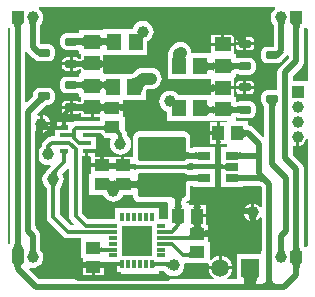
<source format=gbl>
G04 Layer_Physical_Order=2*
G04 Layer_Color=16711680*
%FSLAX44Y44*%
%MOMM*%
G71*
G01*
G75*
%ADD10R,1.0000X1.3000*%
%ADD11R,1.3000X1.0000*%
%ADD14C,0.5000*%
%ADD15C,0.3000*%
%ADD16C,1.0000*%
%ADD17R,1.0000X1.0000*%
%ADD18R,1.0000X1.0000*%
%ADD19C,1.5000*%
%ADD20R,1.5000X1.5000*%
G04:AMPARAMS|DCode=21|XSize=0.6mm|YSize=1mm|CornerRadius=0.075mm|HoleSize=0mm|Usage=FLASHONLY|Rotation=90.000|XOffset=0mm|YOffset=0mm|HoleType=Round|Shape=RoundedRectangle|*
%AMROUNDEDRECTD21*
21,1,0.6000,0.8500,0,0,90.0*
21,1,0.4500,1.0000,0,0,90.0*
1,1,0.1500,0.4250,0.2250*
1,1,0.1500,0.4250,-0.2250*
1,1,0.1500,-0.4250,-0.2250*
1,1,0.1500,-0.4250,0.2250*
%
%ADD21ROUNDEDRECTD21*%
%ADD22R,1.4000X1.2000*%
%ADD23R,1.2000X1.4000*%
%ADD24R,1.1000X0.6500*%
G04:AMPARAMS|DCode=25|XSize=4mm|YSize=2.1mm|CornerRadius=0.105mm|HoleSize=0mm|Usage=FLASHONLY|Rotation=0.000|XOffset=0mm|YOffset=0mm|HoleType=Round|Shape=RoundedRectangle|*
%AMROUNDEDRECTD25*
21,1,4.0000,1.8900,0,0,0.0*
21,1,3.7900,2.1000,0,0,0.0*
1,1,0.2100,1.8950,-0.9450*
1,1,0.2100,-1.8950,-0.9450*
1,1,0.2100,-1.8950,0.9450*
1,1,0.2100,1.8950,0.9450*
%
%ADD25ROUNDEDRECTD25*%
%ADD26R,2.5000X2.5000*%
%ADD27R,0.8000X0.3000*%
%ADD28R,0.3000X0.8000*%
%ADD29R,0.8000X0.3500*%
%ADD30C,1.0000*%
G36*
X240610Y231215D02*
X240440Y230965D01*
X240290Y230679D01*
X240160Y230357D01*
X240050Y229999D01*
X239960Y229605D01*
X239890Y229175D01*
X239840Y228710D01*
X239800Y227670D01*
X234800D01*
X234790Y228208D01*
X234710Y229175D01*
X234640Y229605D01*
X234550Y229999D01*
X234440Y230357D01*
X234310Y230679D01*
X234160Y230965D01*
X233990Y231215D01*
X233800Y231429D01*
X240800D01*
X240610Y231215D01*
D02*
G37*
G36*
X30010D02*
X29840Y230965D01*
X29690Y230679D01*
X29560Y230357D01*
X29450Y229999D01*
X29360Y229605D01*
X29290Y229175D01*
X29240Y228710D01*
X29200Y227670D01*
X24200D01*
X24190Y228208D01*
X24110Y229175D01*
X24040Y229605D01*
X23950Y229999D01*
X23840Y230357D01*
X23710Y230679D01*
X23560Y230965D01*
X23390Y231215D01*
X23200Y231429D01*
X30200D01*
X30010Y231215D01*
D02*
G37*
G36*
X254500Y229981D02*
X254081Y229830D01*
X253710Y229580D01*
X253389Y229230D01*
X253117Y228780D01*
X252895Y228230D01*
X252722Y227581D01*
X252599Y226831D01*
X252525Y225980D01*
X252500Y225030D01*
X247500D01*
X247475Y225980D01*
X247401Y226831D01*
X247278Y227581D01*
X247105Y228230D01*
X246883Y228780D01*
X246611Y229230D01*
X246290Y229580D01*
X245919Y229830D01*
X245500Y229981D01*
X245030Y230030D01*
X254970D01*
X254500Y229981D01*
D02*
G37*
G36*
X18500D02*
X18081Y229830D01*
X17710Y229580D01*
X17389Y229230D01*
X17117Y228780D01*
X16895Y228230D01*
X16722Y227581D01*
X16599Y226831D01*
X16525Y225980D01*
X16500Y225030D01*
X11500D01*
X11475Y225980D01*
X11401Y226831D01*
X11278Y227581D01*
X11105Y228230D01*
X10883Y228780D01*
X10611Y229230D01*
X10290Y229580D01*
X9919Y229830D01*
X9500Y229981D01*
X9031Y230030D01*
X18970D01*
X18500Y229981D01*
D02*
G37*
G36*
X239068Y205532D02*
X234358Y200639D01*
X229083Y206123D01*
X229456Y205831D01*
X229890Y205669D01*
X230385Y205638D01*
X230939Y205737D01*
X231554Y205966D01*
X232229Y206326D01*
X232965Y206816D01*
X233760Y207436D01*
X234616Y208187D01*
X235532Y209068D01*
X239068Y205532D01*
D02*
G37*
G36*
X29980Y210591D02*
X31855Y208996D01*
X32678Y208419D01*
X33423Y207989D01*
X34092Y207705D01*
X34684Y207569D01*
X35199Y207580D01*
X35636Y207738D01*
X35998Y208043D01*
X31322Y202559D01*
X31287Y202515D01*
X31141Y202590D01*
X30884Y202785D01*
X30515Y203100D01*
X27926Y205556D01*
X25963Y207501D01*
X28926Y211609D01*
X29980Y210591D01*
D02*
G37*
G36*
X232090Y242347D02*
X230881Y241419D01*
X229439Y239539D01*
X228532Y237349D01*
X228222Y235000D01*
X228532Y232651D01*
X229439Y230461D01*
X230744Y228760D01*
Y210263D01*
X225180D01*
X223327Y209894D01*
X221756Y208845D01*
X220706Y207273D01*
X220337Y205420D01*
Y200920D01*
X220706Y199067D01*
X221756Y197495D01*
X223327Y196446D01*
X225180Y196077D01*
X233680D01*
X235533Y196446D01*
X237105Y197495D01*
X237791Y198523D01*
X237806Y198534D01*
X241936Y202664D01*
X242174Y202974D01*
X243444Y202543D01*
Y200716D01*
X235864Y193136D01*
X234822Y191778D01*
X234167Y190197D01*
X233944Y188500D01*
Y173650D01*
X233680Y173433D01*
X225180D01*
X223327Y173064D01*
X221756Y172015D01*
X220706Y170443D01*
X220337Y168590D01*
Y164090D01*
X220706Y162237D01*
X221756Y160665D01*
X222874Y159918D01*
Y134194D01*
X221604Y133668D01*
X213636Y141636D01*
X212278Y142678D01*
X210697Y143333D01*
X209000Y143556D01*
Y147500D01*
X198450D01*
Y150284D01*
X200075D01*
X200327Y150116D01*
X202180Y149747D01*
X210680D01*
X212533Y150116D01*
X214105Y151165D01*
X215154Y152737D01*
X215523Y154590D01*
Y159090D01*
X215154Y160943D01*
X214105Y162514D01*
X212533Y163564D01*
X210680Y163933D01*
X202180D01*
X200327Y163564D01*
X200075Y163396D01*
X198450D01*
Y167340D01*
X196990D01*
Y174070D01*
X187450D01*
X180511D01*
Y170340D01*
X180461Y170815D01*
X180310Y171240D01*
X180058Y171615D01*
X179706Y171940D01*
X179253Y172215D01*
X178700Y172440D01*
X178046Y172615D01*
X177910Y172638D01*
Y169720D01*
X149955D01*
X149419Y170419D01*
X147539Y171861D01*
X145350Y172768D01*
X143000Y173078D01*
X142091Y172958D01*
X142375Y172840D01*
X141390Y172805D01*
X140500Y172706D01*
X138461Y171861D01*
X136581Y170419D01*
X135139Y168539D01*
X134232Y166350D01*
X133922Y164000D01*
X134232Y161651D01*
X135139Y159461D01*
X136581Y157581D01*
X138461Y156138D01*
X140510Y155290D01*
Y147720D01*
X176450D01*
Y147340D01*
X191000D01*
Y146040D01*
X185270D01*
Y137000D01*
Y130561D01*
X187000D01*
X186715Y130531D01*
X186460Y130440D01*
X186235Y130288D01*
X186040Y130076D01*
X185875Y129803D01*
X185740Y129470D01*
X185635Y129076D01*
X185560Y128622D01*
X185515Y128106D01*
X185511Y127960D01*
X191000D01*
Y126500D01*
X191000D01*
X190783Y125320D01*
X186140D01*
Y110820D01*
X187600D01*
Y110081D01*
X187746Y110085D01*
X188262Y110130D01*
X188716Y110205D01*
X189110Y110310D01*
X189443Y110445D01*
X189716Y110610D01*
X189928Y110805D01*
X190080Y111030D01*
X190171Y111285D01*
X190201Y111570D01*
Y109840D01*
X195640D01*
Y107300D01*
X190201D01*
Y105570D01*
X190171Y105855D01*
X190080Y106110D01*
X189928Y106335D01*
X189716Y106530D01*
X189443Y106695D01*
X189110Y106830D01*
X188716Y106935D01*
X188262Y107010D01*
X187746Y107055D01*
X187600Y107059D01*
Y106320D01*
X186140D01*
Y91820D01*
X205140D01*
Y92514D01*
X219214D01*
X220444Y91284D01*
Y74771D01*
X219174Y74340D01*
X218378Y75378D01*
X216803Y76586D01*
X214968Y77346D01*
X214270Y77438D01*
Y70000D01*
Y66429D01*
X216500D01*
X216310Y66215D01*
X216140Y65965D01*
X215990Y65679D01*
X215860Y65357D01*
X215750Y64999D01*
X215660Y64605D01*
X215590Y64176D01*
X215540Y63710D01*
X215508Y62878D01*
X216803Y63414D01*
X218378Y64622D01*
X219174Y65660D01*
X220444Y65229D01*
Y37868D01*
X220244Y36349D01*
Y34500D01*
X199500D01*
Y13336D01*
X191584D01*
X191153Y14606D01*
X192761Y15839D01*
X194370Y17937D01*
X195382Y20379D01*
X195560Y21730D01*
X185600D01*
X175641D01*
X175818Y20379D01*
X176830Y17937D01*
X178439Y15839D01*
X180047Y14606D01*
X179616Y13336D01*
X31936D01*
X23338Y21934D01*
X23398Y22252D01*
X24351Y23232D01*
X26700Y22922D01*
X29049Y23232D01*
X31239Y24139D01*
X33119Y25581D01*
X34561Y27461D01*
X35468Y29650D01*
X35778Y32000D01*
X35468Y34350D01*
X34561Y36539D01*
X33256Y38240D01*
Y50300D01*
X33033Y51997D01*
X32378Y53578D01*
X31336Y54936D01*
X29556Y56716D01*
Y137396D01*
X30826Y138153D01*
X32032Y137654D01*
X32730Y137562D01*
Y138523D01*
X32606Y138425D01*
X32002Y137880D01*
X28939Y139061D01*
X29233Y139386D01*
X29473Y139723D01*
X29661Y140072D01*
X29796Y140432D01*
X29878Y140804D01*
X29907Y141187D01*
X29883Y141581D01*
X29806Y141987D01*
X29676Y142404D01*
X29494Y142833D01*
X32730Y141638D01*
Y145000D01*
Y152438D01*
X32032Y152346D01*
X30960Y151902D01*
X30240Y152978D01*
X38429Y161167D01*
X40500D01*
X42353Y161536D01*
X43925Y162586D01*
X44974Y164157D01*
X45343Y166010D01*
Y170510D01*
X44974Y172363D01*
X43925Y173934D01*
X42353Y174984D01*
X40500Y175353D01*
X32000D01*
X30147Y174984D01*
X28575Y173934D01*
X27526Y172363D01*
X27157Y170510D01*
Y168439D01*
X21729Y163011D01*
X20556Y163497D01*
Y205543D01*
X21826Y205975D01*
X22064Y205664D01*
X27274Y200454D01*
X28520Y199498D01*
X28575Y199415D01*
X30147Y198366D01*
X32000Y197997D01*
X40500D01*
X42353Y198366D01*
X43925Y199415D01*
X44974Y200987D01*
X45343Y202840D01*
Y207340D01*
X44974Y209193D01*
X43925Y210765D01*
X42353Y211814D01*
X40500Y212183D01*
X34089D01*
X33256Y213016D01*
Y228760D01*
X34561Y230461D01*
X35468Y232651D01*
X35778Y235000D01*
X35468Y237349D01*
X34561Y239539D01*
X33119Y241419D01*
X31910Y242347D01*
X32341Y243617D01*
X231659D01*
X232090Y242347D01*
D02*
G37*
G36*
X259000Y226000D02*
X259617Y224985D01*
Y181000D01*
X247056D01*
Y185784D01*
X254636Y193364D01*
X255678Y194722D01*
X256333Y196303D01*
X256556Y198000D01*
Y226000D01*
X259000D01*
D02*
G37*
G36*
X40338Y165307D02*
X39862Y165497D01*
X39334Y165566D01*
X38756Y165513D01*
X38126Y165339D01*
X37445Y165043D01*
X36712Y164625D01*
X35928Y164086D01*
X35092Y163426D01*
X34205Y162644D01*
X33266Y161741D01*
X27731Y163276D01*
X28814Y164394D01*
X30495Y166356D01*
X31093Y167200D01*
X31531Y167952D01*
X31806Y168614D01*
X31921Y169184D01*
X31874Y169663D01*
X31666Y170051D01*
X31297Y170347D01*
X40338Y165307D01*
D02*
G37*
G36*
X180511Y151840D02*
X180461Y152315D01*
X180310Y152740D01*
X180058Y153115D01*
X179706Y153440D01*
X179253Y153715D01*
X178700Y153940D01*
X178046Y154115D01*
X177480Y154209D01*
X176914Y154115D01*
X176260Y153940D01*
X175707Y153715D01*
X175254Y153440D01*
X174902Y153115D01*
X174650Y152740D01*
X174499Y152315D01*
X174449Y151840D01*
Y161840D01*
X174499Y161365D01*
X174650Y160940D01*
X174902Y160565D01*
X175254Y160240D01*
X175707Y159965D01*
X176260Y159740D01*
X176914Y159565D01*
X177480Y159471D01*
X178046Y159565D01*
X178700Y159740D01*
X179253Y159965D01*
X179706Y160240D01*
X180058Y160565D01*
X180310Y160940D01*
X180461Y161365D01*
X180511Y161840D01*
Y151840D01*
D02*
G37*
G36*
X233768Y163246D02*
X233382Y162878D01*
X233042Y162465D01*
X232747Y162009D01*
X232497Y161510D01*
X232293Y160966D01*
X232134Y160379D01*
X232021Y159749D01*
X231953Y159074D01*
X231930Y158356D01*
X226930D01*
X226907Y159074D01*
X226839Y159749D01*
X226726Y160379D01*
X226567Y160966D01*
X226363Y161510D01*
X226113Y162009D01*
X225818Y162465D01*
X225478Y162878D01*
X225092Y163246D01*
X224661Y163571D01*
X234199D01*
X233768Y163246D01*
D02*
G37*
G36*
X194439Y161365D02*
X194590Y160940D01*
X194842Y160565D01*
X195194Y160240D01*
X195647Y159965D01*
X196200Y159740D01*
X196854Y159565D01*
X197609Y159440D01*
X198144Y159393D01*
X201478Y159614D01*
X201730Y159686D01*
X201899Y159768D01*
Y153912D01*
X201730Y153994D01*
X201478Y154066D01*
X201144Y154130D01*
X200728Y154186D01*
X199647Y154271D01*
X198302Y154301D01*
X197609Y154240D01*
X196854Y154115D01*
X196200Y153940D01*
X195647Y153715D01*
X195194Y153440D01*
X194842Y153115D01*
X194590Y152740D01*
X194439Y152315D01*
X194389Y151840D01*
Y161840D01*
X194439Y161365D01*
D02*
G37*
G36*
X204980Y141525D02*
X205102Y141100D01*
X205305Y140725D01*
X205589Y140400D01*
X205954Y140125D01*
X206401Y139900D01*
X206929Y139725D01*
X207538Y139600D01*
X208228Y139525D01*
X209000Y139500D01*
Y134500D01*
X208228Y134475D01*
X207538Y134400D01*
X206929Y134275D01*
X206401Y134100D01*
X205954Y133875D01*
X205589Y133600D01*
X205305Y133275D01*
X205102Y132900D01*
X204980Y132475D01*
X204939Y132000D01*
Y142000D01*
X204980Y141525D01*
D02*
G37*
G36*
X252270Y126462D02*
X252968Y126554D01*
X254802Y127314D01*
X256378Y128522D01*
X257586Y130098D01*
X258346Y131932D01*
X258347Y131937D01*
X259617Y131853D01*
Y42015D01*
X259000Y41000D01*
X256556D01*
Y106314D01*
X256333Y108011D01*
X255678Y109592D01*
X254636Y110949D01*
X247056Y118529D01*
Y125998D01*
X248326Y126846D01*
X249032Y126554D01*
X249730Y126462D01*
Y133900D01*
X252270D01*
Y126462D01*
D02*
G37*
G36*
X201159Y121153D02*
X201310Y121031D01*
X201560Y120923D01*
X201910Y120829D01*
X202360Y120750D01*
X202910Y120685D01*
X204310Y120599D01*
X206110Y120570D01*
Y115570D01*
X205159Y115563D01*
X202360Y115390D01*
X201910Y115311D01*
X201560Y115217D01*
X201310Y115110D01*
X201159Y114987D01*
X201110Y114851D01*
Y121290D01*
X201159Y121153D01*
D02*
G37*
G36*
Y102153D02*
X201310Y102030D01*
X201560Y101923D01*
X201910Y101829D01*
X202360Y101750D01*
X202910Y101685D01*
X204310Y101599D01*
X206110Y101570D01*
Y96570D01*
X205159Y96563D01*
X202360Y96390D01*
X201910Y96311D01*
X201560Y96217D01*
X201310Y96110D01*
X201159Y95987D01*
X201110Y95850D01*
Y102289D01*
X201159Y102153D01*
D02*
G37*
G36*
X224430Y93034D02*
X223708Y93706D01*
X222957Y94307D01*
X222177Y94838D01*
X221367Y95297D01*
X220528Y95686D01*
X219660Y96004D01*
X218763Y96252D01*
X217836Y96429D01*
X216880Y96535D01*
X215895Y96570D01*
X221930Y99070D01*
X224430Y93034D01*
D02*
G37*
G36*
X7444Y44240D02*
X6653Y43210D01*
X5383Y43641D01*
Y226000D01*
X7444D01*
Y44240D01*
D02*
G37*
G36*
X252525Y41020D02*
X252599Y40170D01*
X252722Y39420D01*
X252895Y38770D01*
X253117Y38219D01*
X253389Y37769D01*
X253710Y37420D01*
X254081Y37169D01*
X254500Y37020D01*
X254970Y36969D01*
X245030D01*
X245500Y37020D01*
X245919Y37169D01*
X246290Y37420D01*
X246611Y37769D01*
X246883Y38219D01*
X247105Y38770D01*
X247278Y39420D01*
X247401Y40170D01*
X247475Y41020D01*
X247500Y41969D01*
X252500D01*
X252525Y41020D01*
D02*
G37*
G36*
X239810Y38792D02*
X239890Y37824D01*
X239960Y37395D01*
X240050Y37001D01*
X240160Y36643D01*
X240290Y36321D01*
X240440Y36035D01*
X240610Y35785D01*
X240800Y35571D01*
X233800D01*
X233990Y35785D01*
X234160Y36035D01*
X234310Y36321D01*
X234440Y36643D01*
X234550Y37001D01*
X234640Y37395D01*
X234710Y37824D01*
X234760Y38290D01*
X234800Y39330D01*
X239800D01*
X239810Y38792D01*
D02*
G37*
G36*
X29210D02*
X29290Y37824D01*
X29360Y37395D01*
X29450Y37001D01*
X29560Y36643D01*
X29690Y36321D01*
X29840Y36035D01*
X30010Y35785D01*
X30200Y35571D01*
X23200D01*
X23390Y35785D01*
X23560Y36035D01*
X23710Y36321D01*
X23840Y36643D01*
X23950Y37001D01*
X24040Y37395D01*
X24110Y37824D01*
X24160Y38290D01*
X24200Y39330D01*
X29200D01*
X29210Y38792D01*
D02*
G37*
G36*
X16510Y44792D02*
X16590Y43825D01*
X16660Y43395D01*
X16750Y43001D01*
X16860Y42643D01*
X16990Y42321D01*
X17140Y42035D01*
X17310Y41785D01*
X17500Y41571D01*
X16560Y40612D01*
X16599Y40170D01*
X16722Y39420D01*
X16895Y38770D01*
X17117Y38219D01*
X17389Y37769D01*
X17710Y37420D01*
X18081Y37169D01*
X18500Y37020D01*
X18970Y36969D01*
X15010D01*
X17500Y34429D01*
X17310Y34229D01*
X17140Y34018D01*
X16990Y33799D01*
X16860Y33570D01*
X16750Y33332D01*
X16660Y33084D01*
X16590Y32827D01*
X16540Y32561D01*
X16510Y32285D01*
X16500Y32000D01*
X11500D01*
X11490Y32285D01*
X11460Y32561D01*
X11410Y32827D01*
X11340Y33084D01*
X11250Y33332D01*
X11140Y33570D01*
X11010Y33799D01*
X10860Y34018D01*
X10690Y34229D01*
X10500Y34429D01*
X12990Y36969D01*
X9031D01*
X9500Y37020D01*
X9919Y37169D01*
X10290Y37420D01*
X10611Y37769D01*
X10883Y38219D01*
X11105Y38770D01*
X11278Y39420D01*
X11401Y40170D01*
X11440Y40612D01*
X10500Y41571D01*
X10690Y41785D01*
X10860Y42035D01*
X11010Y42321D01*
X11140Y42643D01*
X11250Y43001D01*
X11340Y43395D01*
X11410Y43825D01*
X11460Y44290D01*
X11500Y45330D01*
X16500D01*
X16510Y44792D01*
D02*
G37*
G36*
X254500Y26981D02*
X254081Y26830D01*
X253710Y26581D01*
X253389Y26230D01*
X253117Y25780D01*
X252895Y25231D01*
X252722Y24581D01*
X252599Y23830D01*
X252525Y22980D01*
X252500Y22030D01*
X247500D01*
X247475Y22980D01*
X247401Y23830D01*
X247278Y24581D01*
X247105Y25231D01*
X246883Y25780D01*
X246611Y26230D01*
X246290Y26581D01*
X245919Y26830D01*
X245500Y26981D01*
X245030Y27030D01*
X254970D01*
X254500Y26981D01*
D02*
G37*
G36*
X18500D02*
X18081Y26830D01*
X17710Y26581D01*
X17389Y26230D01*
X17117Y25780D01*
X16895Y25231D01*
X16722Y24581D01*
X16599Y23830D01*
X16525Y22980D01*
X16500Y22030D01*
X11500D01*
X11475Y22980D01*
X11401Y23830D01*
X11278Y24581D01*
X11105Y25231D01*
X10883Y25780D01*
X10611Y26230D01*
X10290Y26581D01*
X9919Y26830D01*
X9500Y26981D01*
X9031Y27030D01*
X18970D01*
X18500Y26981D01*
D02*
G37*
G36*
X218000Y15475D02*
X217581Y15309D01*
X217210Y15033D01*
X216889Y14646D01*
X216617Y14148D01*
X216395Y13540D01*
X216222Y12821D01*
X216099Y11991D01*
X216025Y11051D01*
X216000Y10000D01*
X206000D01*
X205975Y11051D01*
X205901Y11991D01*
X205778Y12821D01*
X205605Y13540D01*
X205383Y14148D01*
X205111Y14646D01*
X204790Y15033D01*
X204419Y15309D01*
X204000Y15475D01*
X203531Y15531D01*
X218470D01*
X218000Y15475D01*
D02*
G37*
G36*
X229550Y13330D02*
X229700Y12480D01*
X229950Y11730D01*
X230300Y11080D01*
X230750Y10530D01*
X231300Y10080D01*
X231950Y9730D01*
X232700Y9480D01*
X233550Y9330D01*
X234500Y9280D01*
X227000Y4280D01*
X219500Y9280D01*
X220450Y9330D01*
X221300Y9480D01*
X222050Y9730D01*
X222700Y10080D01*
X223250Y10530D01*
X223700Y11080D01*
X224050Y11730D01*
X224300Y12480D01*
X224450Y13330D01*
X224500Y14280D01*
X229500D01*
X229550Y13330D01*
D02*
G37*
%LPC*%
G36*
X120000Y232078D02*
X117650Y231768D01*
X115461Y230861D01*
X113581Y229419D01*
X112139Y227539D01*
X111232Y225350D01*
X111183Y224980D01*
X85900D01*
Y224090D01*
X65960D01*
Y222390D01*
X65896Y222276D01*
X64690Y221446D01*
X63500Y221683D01*
X55000D01*
X53147Y221314D01*
X51575Y220264D01*
X50526Y218693D01*
X50157Y216840D01*
Y212340D01*
X50526Y210487D01*
X51575Y208916D01*
X53147Y207866D01*
X55000Y207497D01*
X63500D01*
X64690Y207734D01*
X65896Y206904D01*
X65960Y206790D01*
Y204090D01*
X67420D01*
Y200181D01*
X66150Y199796D01*
X65872Y200212D01*
X64784Y200939D01*
X63500Y201194D01*
X60520D01*
Y195590D01*
Y189986D01*
X63500D01*
X64784Y190241D01*
X65872Y190968D01*
X66150Y191384D01*
X67420Y190999D01*
X67420Y187550D01*
X66270Y187260D01*
X65960D01*
Y185560D01*
X65896Y185446D01*
X64690Y184616D01*
X63500Y184853D01*
X55000D01*
X53147Y184484D01*
X51575Y183435D01*
X50526Y181863D01*
X50157Y180010D01*
Y175510D01*
X50526Y173657D01*
X51575Y172085D01*
X53147Y171036D01*
X55000Y170667D01*
X63500D01*
X64690Y170904D01*
X65896Y170074D01*
X65960Y169960D01*
Y167260D01*
X67420D01*
Y163351D01*
X66150Y162966D01*
X65872Y163382D01*
X64784Y164109D01*
X63500Y164364D01*
X60520D01*
Y158760D01*
Y153155D01*
X63500D01*
X64784Y153411D01*
X65872Y154138D01*
X66150Y154554D01*
X67420Y154169D01*
Y150720D01*
X75690D01*
Y159260D01*
X78230D01*
Y150720D01*
X83500D01*
Y147358D01*
X80500D01*
Y147500D01*
X64500D01*
Y147358D01*
X63750D01*
X61604Y146931D01*
X61088Y146586D01*
X60040Y146040D01*
Y146040D01*
X60040Y146040D01*
X55011D01*
X55015Y145899D01*
X55060Y145389D01*
X55135Y144939D01*
X55240Y144550D01*
X55375Y144220D01*
X55540Y143949D01*
X55735Y143740D01*
X55960Y143589D01*
X56215Y143499D01*
X56500Y143469D01*
X54770D01*
Y141750D01*
X52230D01*
Y143469D01*
X50500D01*
X50785Y143499D01*
X51040Y143589D01*
X51265Y143740D01*
X51460Y143949D01*
X51625Y144220D01*
X51760Y144550D01*
X51865Y144939D01*
X51940Y145389D01*
X51985Y145899D01*
X51989Y146040D01*
X46960D01*
Y143252D01*
X47101Y143252D01*
X49411Y143391D01*
X49500Y143428D01*
X49531Y143469D01*
Y140030D01*
X49500Y140072D01*
X49411Y140110D01*
X49261Y140142D01*
X49050Y140171D01*
X48450Y140215D01*
X46530Y140250D01*
Y141000D01*
X45500D01*
Y134358D01*
X42750D01*
X40604Y133931D01*
X38785Y132715D01*
X36035Y129965D01*
X34819Y128146D01*
X34402Y126049D01*
X33581Y125419D01*
X32139Y123539D01*
X31232Y121349D01*
X30922Y119000D01*
X31232Y116650D01*
X32139Y114461D01*
X33581Y112581D01*
X35461Y111138D01*
X37650Y110232D01*
X40000Y109922D01*
X41377Y110104D01*
X41970Y108901D01*
X40035Y106965D01*
X39125Y105603D01*
X37581Y104419D01*
X36139Y102539D01*
X35232Y100350D01*
X34922Y98000D01*
X35232Y95651D01*
X36139Y93461D01*
X37581Y91581D01*
X38392Y90959D01*
Y66000D01*
X38819Y63854D01*
X40035Y62035D01*
X52535Y49535D01*
X54354Y48319D01*
X56500Y47892D01*
X67500D01*
Y31000D01*
X68960D01*
Y27511D01*
X69100Y27515D01*
X69611Y27559D01*
X70061Y27632D01*
X70451Y27735D01*
X70781Y27867D01*
X71051Y28029D01*
X71260Y28220D01*
X71410Y28440D01*
X71501Y28690D01*
X71530Y28970D01*
X71549Y25270D01*
X84451D01*
X84469Y28970D01*
X84500Y28690D01*
X84590Y28440D01*
X84740Y28220D01*
X84950Y28029D01*
X85219Y27867D01*
X85549Y27735D01*
X85940Y27632D01*
X86390Y27559D01*
X86899Y27515D01*
X87040Y27511D01*
Y27750D01*
X98210D01*
Y27505D01*
X98606Y27515D01*
X99122Y27560D01*
X99576Y27635D01*
X99970Y27740D01*
X100303Y27875D01*
X100576Y28040D01*
X100788Y28235D01*
X100940Y28460D01*
X101031Y28715D01*
X101061Y29000D01*
Y23000D01*
X101031Y23285D01*
X100940Y23540D01*
X100788Y23765D01*
X100576Y23960D01*
X100303Y24125D01*
X99970Y24260D01*
X99576Y24365D01*
X99122Y24440D01*
X98606Y24485D01*
X98210Y24495D01*
Y19460D01*
X101750D01*
Y18000D01*
X133250D01*
Y20392D01*
X138191D01*
X139581Y18581D01*
X141461Y17139D01*
X143651Y16232D01*
X146000Y15922D01*
X148350Y16232D01*
X150539Y17139D01*
X152419Y18581D01*
X153862Y20461D01*
X154768Y22650D01*
X155078Y25000D01*
X154952Y25957D01*
X156095Y27000D01*
X175247D01*
X175952Y25944D01*
X175818Y25621D01*
X175641Y24270D01*
X184330D01*
Y32959D01*
X182979Y32782D01*
X180537Y31770D01*
X178439Y30161D01*
X177770Y29288D01*
X176500Y29719D01*
Y45000D01*
X175040D01*
Y49298D01*
X174919Y49278D01*
X174270Y49105D01*
X173720Y48883D01*
X173270Y48611D01*
X172920Y48290D01*
X172670Y47920D01*
X172519Y47500D01*
X172470Y47031D01*
Y50730D01*
X166000D01*
Y53270D01*
X172470D01*
Y56969D01*
X172519Y56500D01*
X172670Y56080D01*
X172920Y55710D01*
X173270Y55389D01*
X173720Y55117D01*
X174270Y54895D01*
X174919Y54722D01*
X175040Y54702D01*
Y59540D01*
X173540D01*
Y65730D01*
X166000D01*
Y67000D01*
X164730D01*
Y73470D01*
X161031D01*
X161500Y73520D01*
X161919Y73670D01*
X162290Y73920D01*
X162611Y74269D01*
X162883Y74720D01*
X163105Y75269D01*
X163278Y75919D01*
X163298Y76040D01*
X159000D01*
Y77500D01*
X156930D01*
X156805Y78770D01*
X156920Y78793D01*
X158591Y79909D01*
X159707Y81580D01*
X160099Y83550D01*
Y92514D01*
X162140D01*
Y91820D01*
X181140D01*
Y105767D01*
X181020Y105990D01*
X180750Y106320D01*
X162140D01*
Y105626D01*
X158901D01*
X158591Y106091D01*
X156920Y107207D01*
X154950Y107599D01*
X117050D01*
X115080Y107207D01*
X113409Y106091D01*
X113260Y105868D01*
X111990Y106253D01*
Y107059D01*
X111844Y107055D01*
X111329Y107010D01*
X110874Y106935D01*
X110480Y106830D01*
X110147Y106695D01*
X109874Y106530D01*
X109662Y106335D01*
X109510Y106110D01*
X109419Y105855D01*
X109389Y105570D01*
Y108420D01*
X102950D01*
Y109690D01*
X101680D01*
Y117230D01*
X86681D01*
X86685Y117090D01*
X86730Y116580D01*
X86805Y116130D01*
X86910Y115739D01*
X87045Y115409D01*
X87210Y115140D01*
X87405Y114930D01*
X87630Y114780D01*
X87885Y114690D01*
X88170Y114660D01*
X86440D01*
Y109690D01*
X85170D01*
Y108420D01*
X78731D01*
Y106690D01*
X78701Y106975D01*
X78610Y107230D01*
X78458Y107455D01*
X78246Y107650D01*
X77973Y107815D01*
X77640Y107950D01*
X77246Y108055D01*
X76792Y108130D01*
X76276Y108175D01*
X76130Y108179D01*
Y102690D01*
X74670D01*
Y84690D01*
X86630D01*
X87139Y83461D01*
X88581Y81581D01*
X90461Y80139D01*
X92650Y79232D01*
X95000Y78922D01*
X97350Y79232D01*
X99539Y80139D01*
X101419Y81581D01*
X102861Y83461D01*
X103371Y84690D01*
X111901D01*
Y83550D01*
X112293Y81580D01*
X113409Y79909D01*
X115080Y78793D01*
X117050Y78401D01*
X140109D01*
X141000Y77500D01*
Y64250D01*
X133250D01*
Y74000D01*
X96750D01*
Y64250D01*
X87000D01*
Y64108D01*
X73823D01*
X68608Y69323D01*
Y117960D01*
X71230D01*
Y122250D01*
X73770D01*
Y117960D01*
X75162D01*
X76130Y117230D01*
Y111201D01*
X76276Y111205D01*
X76792Y111250D01*
X77246Y111325D01*
X77640Y111430D01*
X77973Y111565D01*
X78246Y111730D01*
X78458Y111925D01*
X78610Y112150D01*
X78701Y112405D01*
X78731Y112690D01*
Y110960D01*
X83900D01*
Y114660D01*
X82170D01*
X82455Y114690D01*
X82710Y114780D01*
X82935Y114930D01*
X83130Y115140D01*
X83295Y115409D01*
X83430Y115739D01*
X83535Y116130D01*
X83610Y116580D01*
X83655Y117090D01*
X83659Y117230D01*
X80008D01*
X79040Y117960D01*
Y120748D01*
X78899Y120748D01*
X76589Y120610D01*
X76500Y120572D01*
X76469Y120531D01*
Y123969D01*
X76500Y123928D01*
X76589Y123890D01*
X76740Y123858D01*
X76950Y123829D01*
X77550Y123785D01*
X79469Y123750D01*
Y123000D01*
X80500D01*
Y134500D01*
X79469D01*
Y133750D01*
X78899Y133748D01*
X76589Y133610D01*
X76500Y133572D01*
X76469Y133531D01*
Y136969D01*
X76500Y136928D01*
X76589Y136890D01*
X76740Y136858D01*
X76950Y136829D01*
X77550Y136785D01*
X79469Y136750D01*
Y136000D01*
X80500D01*
Y136142D01*
X83500D01*
Y133000D01*
X91955D01*
X92803Y131730D01*
X92232Y130350D01*
X91922Y128000D01*
X92232Y125651D01*
X93139Y123461D01*
X94581Y121581D01*
X96461Y120139D01*
X98651Y119232D01*
X101000Y118922D01*
X103350Y119232D01*
X105539Y120139D01*
X107419Y121581D01*
X108862Y123461D01*
X109768Y125651D01*
X110078Y128000D01*
X109768Y130350D01*
X108862Y132539D01*
X107419Y134419D01*
X106608Y135041D01*
Y135931D01*
X106181Y138076D01*
X104965Y139896D01*
X104500Y140361D01*
Y151000D01*
X103040D01*
Y156057D01*
X102907Y156035D01*
X102254Y155860D01*
X101701Y155635D01*
X101248Y155360D01*
X100895Y155035D01*
X100643Y154660D01*
X100491Y154235D01*
X100439Y153760D01*
X100449Y156730D01*
X94000D01*
Y159270D01*
X100457D01*
X100470Y162969D01*
X100520Y162645D01*
X100669Y162354D01*
X100920Y162098D01*
X101270Y161875D01*
X101720Y161687D01*
X102269Y161534D01*
X102920Y161414D01*
X103040Y161400D01*
Y164880D01*
X122630D01*
Y173042D01*
X123790Y174202D01*
X126983D01*
X129332Y174512D01*
X131522Y175418D01*
X133402Y176861D01*
X134844Y178741D01*
X135751Y180931D01*
X136060Y183280D01*
X135751Y185629D01*
X134844Y187819D01*
X133402Y189699D01*
X131522Y191141D01*
X129332Y192048D01*
X126983Y192358D01*
X120030D01*
X117681Y192048D01*
X115491Y191141D01*
X113611Y189699D01*
X110792Y186880D01*
X87960D01*
Y187260D01*
X87650D01*
X86500Y187550D01*
X86500Y188530D01*
Y192887D01*
X86364Y192865D01*
X85710Y192690D01*
X85157Y192465D01*
X84704Y192190D01*
X84352Y191865D01*
X84100Y191490D01*
X83949Y191065D01*
X83899Y190590D01*
Y194820D01*
X76960D01*
Y197360D01*
X83899D01*
Y200590D01*
X83949Y200115D01*
X84100Y199690D01*
X84352Y199315D01*
X84704Y198990D01*
X85157Y198715D01*
X85710Y198490D01*
X86364Y198315D01*
X86500Y198292D01*
Y202980D01*
X123900D01*
Y214874D01*
X124539Y215138D01*
X126419Y216581D01*
X127861Y218461D01*
X128768Y220651D01*
X129078Y223000D01*
X128768Y225350D01*
X127861Y227539D01*
X126419Y229419D01*
X124539Y230861D01*
X122350Y231768D01*
X120000Y232078D01*
D02*
G37*
G36*
X205160Y218274D02*
X204398D01*
X205160Y217637D01*
Y218274D01*
D02*
G37*
G36*
X210680D02*
X207700D01*
Y215854D01*
X208306Y215591D01*
X208936Y215417D01*
X209515Y215364D01*
X210042Y215433D01*
X210518Y215623D01*
X207700Y214052D01*
Y213940D01*
X214035D01*
Y214920D01*
X213779Y216204D01*
X213052Y217292D01*
X211964Y218019D01*
X210680Y218274D01*
D02*
G37*
G36*
X199158Y216319D02*
X199081Y216204D01*
X198826Y214920D01*
Y213940D01*
X201125D01*
X200675Y214574D01*
X199915Y215509D01*
X199158Y216319D01*
D02*
G37*
G36*
X196990Y220710D02*
X188720D01*
Y213440D01*
X196990D01*
Y220710D01*
D02*
G37*
G36*
X186180D02*
X177910D01*
Y213440D01*
X186180D01*
Y220710D01*
D02*
G37*
G36*
X205160Y211400D02*
X202943D01*
X201477Y210583D01*
X201846Y210879D01*
X202054Y211267D01*
X202067Y211400D01*
X198826D01*
Y210420D01*
X199081Y209136D01*
X199808Y208048D01*
X200896Y207321D01*
X202180Y207066D01*
X205160D01*
Y211400D01*
D02*
G37*
G36*
X214035D02*
X207700D01*
Y207066D01*
X210680D01*
X211964Y207321D01*
X213052Y208048D01*
X213779Y209136D01*
X214035Y210420D01*
Y211400D01*
D02*
G37*
G36*
X57980Y201194D02*
X55000D01*
X53716Y200939D01*
X52628Y200212D01*
X51901Y199124D01*
X51646Y197840D01*
Y196860D01*
X57980D01*
Y201194D01*
D02*
G37*
G36*
Y194320D02*
X51646D01*
Y193340D01*
X51901Y192056D01*
X52628Y190968D01*
X53716Y190241D01*
X55000Y189986D01*
X57980D01*
Y194320D01*
D02*
G37*
G36*
X151969Y214358D02*
X149619Y214048D01*
X147430Y213141D01*
X145550Y211699D01*
X145550Y211699D01*
X144091Y210240D01*
X142649Y208360D01*
X141742Y206171D01*
X141624Y205280D01*
X140510D01*
Y183280D01*
X177488D01*
X177910Y183280D01*
X177910Y182859D01*
Y178042D01*
X178046Y178065D01*
X178700Y178240D01*
X179253Y178465D01*
X179706Y178740D01*
X180058Y179065D01*
X180310Y179440D01*
X180461Y179865D01*
X180511Y180340D01*
Y176610D01*
X187450D01*
X196990D01*
Y183880D01*
X198140Y184170D01*
X198450D01*
Y187114D01*
X200075D01*
X200327Y186946D01*
X202180Y186577D01*
X210680D01*
X212533Y186946D01*
X214105Y187995D01*
X215154Y189567D01*
X215523Y191420D01*
Y195920D01*
X215154Y197773D01*
X214105Y199345D01*
X212533Y200394D01*
X210680Y200763D01*
X202180D01*
X200327Y200394D01*
X200075Y200226D01*
X198450D01*
Y204170D01*
X196990D01*
Y210900D01*
X187450D01*
X177910D01*
Y205280D01*
X161046D01*
X160737Y207629D01*
X159830Y209819D01*
X158388Y211699D01*
X156508Y213141D01*
X154318Y214048D01*
X151969Y214358D01*
D02*
G37*
G36*
X210680Y181444D02*
X207700D01*
Y177110D01*
X214035D01*
Y178090D01*
X213779Y179374D01*
X213052Y180462D01*
X211964Y181189D01*
X210680Y181444D01*
D02*
G37*
G36*
X205160D02*
X202180D01*
X200896Y181189D01*
X199808Y180462D01*
X199081Y179374D01*
X198826Y178090D01*
Y177110D01*
X205160D01*
Y181444D01*
D02*
G37*
G36*
X214035Y174570D02*
X207700D01*
Y170236D01*
X210680D01*
X211964Y170491D01*
X213052Y171218D01*
X213779Y172306D01*
X214035Y173590D01*
Y174570D01*
D02*
G37*
G36*
X205160D02*
X198826D01*
Y173590D01*
X199081Y172306D01*
X199808Y171218D01*
X200896Y170491D01*
X202180Y170236D01*
X205160D01*
Y174570D01*
D02*
G37*
G36*
X57980Y164364D02*
X55000D01*
X53716Y164109D01*
X52628Y163382D01*
X51901Y162294D01*
X51646Y161010D01*
Y160030D01*
X57980D01*
Y164364D01*
D02*
G37*
G36*
X54763Y157490D02*
X51646D01*
Y156510D01*
X51901Y155226D01*
X52578Y154213D01*
X53070Y154722D01*
X54034Y155854D01*
X54368Y156334D01*
X54603Y156757D01*
X54740Y157124D01*
X54777Y157433D01*
X54763Y157490D01*
D02*
G37*
G36*
X52785Y154033D02*
X53716Y153411D01*
X54944Y153167D01*
X54235Y153876D01*
X52785Y154033D01*
D02*
G37*
G36*
X57980Y155118D02*
X57783Y154983D01*
X57300Y154605D01*
X57121Y154448D01*
X55781Y153155D01*
X57980D01*
Y155118D01*
D02*
G37*
G36*
X35270Y152438D02*
Y146270D01*
X41438D01*
X41346Y146968D01*
X40586Y148802D01*
X39378Y150378D01*
X37803Y151586D01*
X35968Y152346D01*
X35270Y152438D01*
D02*
G37*
G36*
X41438Y143730D02*
X39799D01*
X40027Y143584D01*
X40369Y143438D01*
X40759Y143334D01*
X41197Y143271D01*
X41376Y143263D01*
X41438Y143730D01*
D02*
G37*
G36*
X37764D02*
X35270D01*
Y140700D01*
X35328Y140679D01*
X35416Y140646D01*
X37764Y143730D01*
D02*
G37*
G36*
X182730Y146040D02*
X176460D01*
Y138511D01*
X176600Y138515D01*
X177111Y138560D01*
X177561Y138635D01*
X177950Y138740D01*
X178281Y138875D01*
X178550Y139040D01*
X178761Y139235D01*
X178911Y139460D01*
X179000Y139715D01*
X179030Y140000D01*
Y138270D01*
X182730D01*
Y146040D01*
D02*
G37*
G36*
X41273Y142855D02*
X38561Y140250D01*
X35361Y140116D01*
X35270Y140069D01*
Y137562D01*
X35968Y137654D01*
X37803Y138414D01*
X39378Y139622D01*
X40586Y141198D01*
X41273Y142855D01*
D02*
G37*
G36*
X182730Y135730D02*
X179030D01*
Y134000D01*
X179000Y134285D01*
X178911Y134540D01*
X178761Y134765D01*
X178550Y134960D01*
X178281Y135125D01*
X177950Y135260D01*
X177561Y135365D01*
X177111Y135440D01*
X176600Y135485D01*
X176460Y135489D01*
Y127960D01*
X182489D01*
X182485Y128106D01*
X182440Y128622D01*
X182365Y129076D01*
X182260Y129470D01*
X182125Y129803D01*
X181960Y130076D01*
X181765Y130288D01*
X181540Y130440D01*
X181285Y130531D01*
X181000Y130561D01*
X182730D01*
Y135730D01*
D02*
G37*
G36*
X154950Y138599D02*
X117050D01*
X115080Y138207D01*
X113409Y137091D01*
X112293Y135420D01*
X111901Y133450D01*
Y117230D01*
X104220D01*
Y110960D01*
X109389D01*
Y111570D01*
X109419Y111285D01*
X109510Y111030D01*
X109557Y110960D01*
X112692D01*
X113260Y111132D01*
X113409Y110909D01*
X115080Y109793D01*
X117050Y109401D01*
X154950D01*
X156920Y109793D01*
X158591Y110909D01*
X158995Y111514D01*
X162140D01*
Y110820D01*
X181140D01*
Y125320D01*
X162140D01*
Y124626D01*
X160099D01*
Y133450D01*
X159707Y135420D01*
X158591Y137091D01*
X156920Y138207D01*
X154950Y138599D01*
D02*
G37*
G36*
X211730Y77438D02*
X211032Y77346D01*
X209198Y76586D01*
X207622Y75378D01*
X206414Y73802D01*
X205654Y71968D01*
X205631Y71795D01*
X206429Y73500D01*
X206820Y73511D01*
X207228Y73545D01*
X208096Y73681D01*
X208555Y73783D01*
X209527Y74054D01*
X210567Y74415D01*
X211113Y74630D01*
X209653Y71270D01*
X211730D01*
Y77438D01*
D02*
G37*
G36*
X173540Y76040D02*
X168702D01*
X168722Y75919D01*
X168895Y75269D01*
X169117Y74720D01*
X169389Y74269D01*
X169710Y73920D01*
X170081Y73670D01*
X170500Y73520D01*
X170970Y73470D01*
X167270D01*
Y68270D01*
X173540D01*
Y76040D01*
D02*
G37*
G36*
X211730Y68730D02*
X208549D01*
X208327Y68221D01*
X208138Y68654D01*
X208095Y68730D01*
X205562D01*
X205654Y68032D01*
X206414Y66198D01*
X207622Y64622D01*
X209198Y63414D01*
X210496Y62876D01*
X210490Y63208D01*
X210410Y64176D01*
X210340Y64605D01*
X210250Y64999D01*
X210140Y65357D01*
X210010Y65679D01*
X209860Y65965D01*
X209690Y66215D01*
X209500Y66429D01*
X211730D01*
Y68730D01*
D02*
G37*
G36*
X215007Y62670D02*
X214270D01*
Y62562D01*
X214968Y62654D01*
X215007Y62670D01*
D02*
G37*
G36*
X211730D02*
X210993D01*
X211032Y62654D01*
X211730Y62562D01*
Y62670D01*
D02*
G37*
G36*
X186870Y32959D02*
Y24270D01*
X195559D01*
X195382Y25621D01*
X194370Y28063D01*
X192761Y30161D01*
X190663Y31770D01*
X188221Y32782D01*
X186870Y32959D01*
D02*
G37*
G36*
X87040Y22730D02*
X79270D01*
Y16460D01*
X87040D01*
Y22730D01*
D02*
G37*
G36*
X76730D02*
X68960D01*
Y16460D01*
X76730D01*
Y22730D01*
D02*
G37*
%LPD*%
G36*
X89961Y209590D02*
X89911Y210065D01*
X89760Y210490D01*
X89508Y210865D01*
X89156Y211190D01*
X88703Y211465D01*
X88150Y211690D01*
X87496Y211865D01*
X86930Y211959D01*
X86364Y211865D01*
X85710Y211690D01*
X85157Y211465D01*
X84704Y211190D01*
X84352Y210865D01*
X84100Y210490D01*
X83949Y210065D01*
X83899Y209590D01*
Y219590D01*
X83949Y219115D01*
X84100Y218690D01*
X84352Y218315D01*
X84704Y217990D01*
X85157Y217715D01*
X85710Y217490D01*
X86364Y217315D01*
X86930Y217221D01*
X87496Y217315D01*
X88150Y217490D01*
X88703Y217715D01*
X89156Y217990D01*
X89508Y218315D01*
X89760Y218690D01*
X89911Y219115D01*
X89961Y219590D01*
Y209590D01*
D02*
G37*
G36*
X70021D02*
X69971Y210065D01*
X69820Y210490D01*
X69568Y210865D01*
X69216Y211190D01*
X68763Y211465D01*
X68210Y211690D01*
X67556Y211865D01*
X66809Y211989D01*
X64202Y211816D01*
X63950Y211744D01*
X63781Y211662D01*
Y217518D01*
X63950Y217437D01*
X64202Y217364D01*
X64536Y217300D01*
X64953Y217244D01*
X66033Y217158D01*
X66361Y217151D01*
X66802Y217190D01*
X67556Y217315D01*
X68210Y217490D01*
X68763Y217715D01*
X69216Y217990D01*
X69568Y218315D01*
X69820Y218690D01*
X69971Y219115D01*
X70021Y219590D01*
Y209590D01*
D02*
G37*
G36*
Y190590D02*
X69971Y191065D01*
X69820Y191490D01*
X69568Y191865D01*
X69216Y192190D01*
X68763Y192465D01*
X68210Y192690D01*
X67556Y192865D01*
X66809Y192989D01*
X64202Y192816D01*
X63950Y192743D01*
X63781Y192662D01*
Y198518D01*
X63950Y198437D01*
X64202Y198364D01*
X64536Y198300D01*
X64953Y198244D01*
X66033Y198158D01*
X66361Y198151D01*
X66802Y198190D01*
X67556Y198315D01*
X68210Y198490D01*
X68763Y198715D01*
X69216Y198990D01*
X69568Y199315D01*
X69820Y199690D01*
X69971Y200115D01*
X70021Y200590D01*
Y190590D01*
D02*
G37*
G36*
X88691Y180266D02*
X88930Y180260D01*
Y175260D01*
X88691Y175254D01*
Y172760D01*
X88641Y173235D01*
X88490Y173660D01*
X88238Y174035D01*
X87886Y174360D01*
X87433Y174635D01*
X86880Y174860D01*
X86295Y175016D01*
X85710Y174860D01*
X85157Y174635D01*
X84704Y174360D01*
X84352Y174035D01*
X84100Y173660D01*
X83949Y173235D01*
X83899Y172760D01*
Y175254D01*
X83660Y175260D01*
Y180260D01*
X83899Y180266D01*
Y182760D01*
X83949Y182285D01*
X84100Y181860D01*
X84352Y181485D01*
X84704Y181160D01*
X85157Y180885D01*
X85710Y180660D01*
X86295Y180503D01*
X86880Y180660D01*
X87433Y180885D01*
X87886Y181160D01*
X88238Y181485D01*
X88490Y181860D01*
X88641Y182285D01*
X88691Y182760D01*
Y180266D01*
D02*
G37*
G36*
X70021Y172760D02*
X69971Y173235D01*
X69820Y173660D01*
X69568Y174035D01*
X69216Y174360D01*
X68763Y174635D01*
X68210Y174860D01*
X67556Y175035D01*
X66809Y175159D01*
X64202Y174986D01*
X63950Y174914D01*
X63781Y174832D01*
Y180688D01*
X63950Y180606D01*
X64202Y180534D01*
X64536Y180470D01*
X64953Y180414D01*
X66033Y180328D01*
X66361Y180321D01*
X66802Y180360D01*
X67556Y180485D01*
X68210Y180660D01*
X68763Y180885D01*
X69216Y181160D01*
X69568Y181485D01*
X69820Y181860D01*
X69971Y182285D01*
X70021Y182760D01*
Y172760D01*
D02*
G37*
G36*
X123566Y179744D02*
X122622Y178742D01*
X121778Y177722D01*
X121033Y176684D01*
X120387Y175627D01*
X119841Y174553D01*
X119394Y173461D01*
X119046Y172350D01*
X118798Y171222D01*
X118649Y170075D01*
X118600Y168911D01*
X106660Y182850D01*
X107815Y182889D01*
X108932Y183008D01*
X110010Y183207D01*
X111051Y183484D01*
X112053Y183841D01*
X113017Y184277D01*
X113944Y184793D01*
X114832Y185388D01*
X115682Y186062D01*
X116494Y186815D01*
X123566Y179744D01*
D02*
G37*
G36*
X70021Y153760D02*
X69971Y154235D01*
X69820Y154660D01*
X69568Y155035D01*
X69216Y155360D01*
X68763Y155635D01*
X68210Y155860D01*
X67556Y156035D01*
X66809Y156159D01*
X64202Y155986D01*
X63950Y155913D01*
X63781Y155832D01*
Y161688D01*
X63950Y161607D01*
X64202Y161534D01*
X64536Y161470D01*
X64953Y161414D01*
X66033Y161328D01*
X66361Y161321D01*
X66802Y161360D01*
X67556Y161485D01*
X68210Y161660D01*
X68763Y161885D01*
X69216Y162160D01*
X69568Y162485D01*
X69820Y162860D01*
X69971Y163285D01*
X70021Y163760D01*
Y153760D01*
D02*
G37*
G36*
X83949Y163285D02*
X84100Y162860D01*
X84352Y162485D01*
X84704Y162160D01*
X85157Y161885D01*
X85710Y161660D01*
X85952Y161595D01*
X86280Y161687D01*
X86730Y161875D01*
X87080Y162098D01*
X87331Y162354D01*
X87480Y162645D01*
X87530Y162969D01*
X87536Y161323D01*
X87974Y161285D01*
X88930Y161260D01*
Y156260D01*
X87974Y156235D01*
X87553Y156198D01*
X87561Y153760D01*
X87509Y154235D01*
X87357Y154660D01*
X87105Y155035D01*
X86752Y155360D01*
X86299Y155635D01*
X85746Y155860D01*
X85728Y155865D01*
X85710Y155860D01*
X85157Y155635D01*
X84704Y155360D01*
X84352Y155035D01*
X84100Y154660D01*
X83949Y154235D01*
X83899Y153760D01*
Y156199D01*
X83485Y156235D01*
X82530Y156260D01*
Y161260D01*
X83481Y161277D01*
X83899Y161313D01*
Y163760D01*
X83949Y163285D01*
D02*
G37*
G36*
X76500Y143428D02*
X76589Y143391D01*
X76740Y143357D01*
X76950Y143329D01*
X77550Y143285D01*
X79469Y143250D01*
Y140250D01*
X78899Y140248D01*
X76589Y140110D01*
X76500Y140072D01*
X76469Y140030D01*
Y143469D01*
X76500Y143428D01*
D02*
G37*
G36*
X68531Y140030D02*
X68500Y140072D01*
X68411Y140110D01*
X68260Y140142D01*
X68050Y140171D01*
X67450Y140215D01*
X65531Y140250D01*
Y143250D01*
X66101Y143252D01*
X68411Y143391D01*
X68500Y143428D01*
X68531Y143469D01*
Y140030D01*
D02*
G37*
G36*
X87561Y138750D02*
X87531Y139035D01*
X87440Y139290D01*
X87288Y139515D01*
X87076Y139710D01*
X86803Y139875D01*
X86470Y140010D01*
X86076Y140115D01*
X85622Y140190D01*
X85106Y140235D01*
X84530Y140250D01*
Y143250D01*
X85106Y143265D01*
X85622Y143310D01*
X86076Y143385D01*
X86470Y143490D01*
X86803Y143625D01*
X87076Y143790D01*
X87288Y143985D01*
X87440Y144210D01*
X87531Y144465D01*
X87561Y144750D01*
Y138750D01*
D02*
G37*
G36*
X57499Y136928D02*
X57590Y136890D01*
X57740Y136858D01*
X57950Y136829D01*
X58549Y136785D01*
X60469Y136750D01*
Y133750D01*
X59900Y133748D01*
X57590Y133610D01*
X57499Y133572D01*
X57470Y133531D01*
Y136969D01*
X57499Y136928D01*
D02*
G37*
G36*
X100242Y140504D02*
X100124Y140266D01*
X100086Y139990D01*
X100129Y139676D01*
X100251Y139324D01*
X100453Y138933D01*
X100735Y138505D01*
X101097Y138038D01*
X101539Y137534D01*
X102061Y136991D01*
X100793Y135770D01*
X102500D01*
X102520Y135325D01*
X102580Y134885D01*
X102680Y134452D01*
X102820Y134023D01*
X103000Y133601D01*
X103220Y133184D01*
X103480Y132772D01*
X103780Y132366D01*
X104120Y131966D01*
X104500Y131571D01*
X97500D01*
X97880Y131966D01*
X98220Y132366D01*
X98520Y132772D01*
X98780Y133184D01*
X99000Y133601D01*
X99180Y134023D01*
X99320Y134452D01*
X99420Y134885D01*
X99479Y135316D01*
X99308Y135481D01*
X98235Y136386D01*
X97754Y136720D01*
X97311Y136975D01*
X96906Y137151D01*
X96538Y137247D01*
X96207Y137264D01*
X95913Y137202D01*
X95657Y137061D01*
X100439Y140704D01*
X100242Y140504D01*
D02*
G37*
G36*
X68531Y127030D02*
X68507Y127072D01*
X68437Y127109D01*
X68319Y127142D01*
X68155Y127171D01*
X67944Y127195D01*
X67029Y127241D01*
X66185Y127250D01*
Y130250D01*
X66631Y130252D01*
X68319Y130358D01*
X68437Y130391D01*
X68507Y130428D01*
X68531Y130470D01*
Y127030D01*
D02*
G37*
G36*
X57472Y130428D02*
X57479Y130391D01*
X57490Y130358D01*
X57506Y130329D01*
X57527Y130305D01*
X57552Y130285D01*
X57582Y130270D01*
X57617Y130259D01*
X57656Y130252D01*
X57700Y130250D01*
Y127250D01*
X57656Y127248D01*
X57617Y127241D01*
X57582Y127230D01*
X57552Y127215D01*
X57527Y127195D01*
X57506Y127171D01*
X57490Y127142D01*
X57479Y127109D01*
X57472Y127072D01*
X57470Y127030D01*
Y130470D01*
X57472Y130428D01*
D02*
G37*
G36*
X49531Y127030D02*
X49500Y127072D01*
X49411Y127109D01*
X49261Y127142D01*
X49050Y127171D01*
X48450Y127215D01*
X46530Y127250D01*
Y130250D01*
X47101Y130252D01*
X49411Y130391D01*
X49500Y130428D01*
X49531Y130470D01*
Y127030D01*
D02*
G37*
G36*
X41520Y125701D02*
X41580Y125393D01*
X41680Y125074D01*
X41820Y124746D01*
X42000Y124408D01*
X42220Y124060D01*
X42480Y123703D01*
X42780Y123335D01*
X43500Y122571D01*
X36500D01*
X36880Y122958D01*
X37520Y123703D01*
X37780Y124060D01*
X38000Y124408D01*
X38180Y124746D01*
X38320Y125074D01*
X38420Y125393D01*
X38480Y125701D01*
X38500Y126000D01*
X41500D01*
X41520Y125701D01*
D02*
G37*
G36*
X56215Y120531D02*
X55960Y120440D01*
X55735Y120288D01*
X55540Y120076D01*
X55375Y119803D01*
X55240Y119470D01*
X55135Y119076D01*
X55060Y118622D01*
X55015Y118106D01*
X55000Y117530D01*
X52000D01*
X51985Y118106D01*
X51940Y118622D01*
X51865Y119076D01*
X51760Y119470D01*
X51625Y119803D01*
X51460Y120076D01*
X51265Y120288D01*
X51040Y120440D01*
X50785Y120531D01*
X50500Y120561D01*
X56500D01*
X56215Y120531D01*
D02*
G37*
G36*
X96511Y106690D02*
Y105570D01*
X96481Y105855D01*
X96390Y106110D01*
X96238Y106335D01*
X96026Y106530D01*
X95753Y106695D01*
X95420Y106830D01*
X95026Y106935D01*
X94572Y107010D01*
X94056Y107055D01*
X93481Y107070D01*
Y108119D01*
X93094Y108055D01*
X92700Y107950D01*
X92367Y107815D01*
X92094Y107650D01*
X91882Y107455D01*
X91730Y107230D01*
X91639Y106975D01*
X91609Y106690D01*
Y112690D01*
X91639Y112405D01*
X91730Y112150D01*
X91882Y111925D01*
X92094Y111730D01*
X92367Y111565D01*
X92700Y111430D01*
X93094Y111325D01*
X93549Y111250D01*
X94060Y111205D01*
X94572Y111250D01*
X95026Y111325D01*
X95420Y111430D01*
X95753Y111565D01*
X96026Y111730D01*
X96238Y111925D01*
X96390Y112150D01*
X96481Y112405D01*
X96511Y112690D01*
Y106690D01*
D02*
G37*
G36*
X47911Y104790D02*
X47578Y104429D01*
X47309Y104076D01*
X47106Y103732D01*
X46967Y103397D01*
X46894Y103070D01*
X46885Y102753D01*
X46941Y102444D01*
X47063Y102144D01*
X47249Y101853D01*
X47500Y101571D01*
X47500D01*
X47500Y101571D01*
X40500D01*
X40880Y101938D01*
X41326Y102324D01*
X45061Y106182D01*
X47911Y104790D01*
D02*
G37*
G36*
X96481Y96194D02*
X96639Y96190D01*
Y91190D01*
X96481Y91186D01*
Y88721D01*
X96431Y89190D01*
X96280Y89609D01*
X96031Y89980D01*
X95681Y90301D01*
X95231Y90573D01*
X94681Y90795D01*
X94060Y90960D01*
X93440Y90795D01*
X92890Y90573D01*
X92439Y90301D01*
X92090Y89980D01*
X91840Y89609D01*
X91690Y89190D01*
X91639Y88721D01*
Y91186D01*
X91481Y91190D01*
Y96190D01*
X91639Y96194D01*
Y98659D01*
X91690Y98190D01*
X91840Y97771D01*
X92090Y97400D01*
X92439Y97079D01*
X92890Y96807D01*
X93440Y96585D01*
X94060Y96420D01*
X94681Y96585D01*
X95231Y96807D01*
X95681Y97079D01*
X96031Y97400D01*
X96280Y97771D01*
X96431Y98190D01*
X96481Y98659D01*
Y96194D01*
D02*
G37*
G36*
X116041Y88690D02*
X115991Y89165D01*
X115840Y89590D01*
X115588Y89965D01*
X115236Y90290D01*
X114783Y90565D01*
X114230Y90790D01*
X113576Y90965D01*
X112822Y91090D01*
X112714Y91099D01*
X112619Y91091D01*
X111870Y90968D01*
X111220Y90795D01*
X110670Y90573D01*
X110219Y90301D01*
X109870Y89980D01*
X109620Y89609D01*
X109470Y89190D01*
X109419Y88721D01*
Y98659D01*
X109470Y98190D01*
X109620Y97771D01*
X109870Y97400D01*
X110219Y97079D01*
X110670Y96807D01*
X111220Y96585D01*
X111870Y96412D01*
X112619Y96289D01*
X112714Y96280D01*
X112822Y96290D01*
X113576Y96415D01*
X114230Y96590D01*
X114783Y96815D01*
X115236Y97090D01*
X115588Y97415D01*
X115840Y97790D01*
X115991Y98215D01*
X116041Y98690D01*
Y88690D01*
D02*
G37*
G36*
X166171Y95850D02*
X166120Y95987D01*
X165970Y96110D01*
X165721Y96217D01*
X165371Y96311D01*
X164921Y96390D01*
X164370Y96455D01*
X162971Y96541D01*
X161171Y96570D01*
Y101570D01*
X162120Y101577D01*
X164921Y101750D01*
X165371Y101829D01*
X165721Y101923D01*
X165970Y102030D01*
X166120Y102153D01*
X166171Y102289D01*
Y95850D01*
D02*
G37*
G36*
X155932Y102878D02*
X156243Y102604D01*
X156616Y102361D01*
X157052Y102151D01*
X157551Y101974D01*
X158113Y101828D01*
X158737Y101715D01*
X159425Y101635D01*
X160176Y101586D01*
X160989Y101570D01*
Y96570D01*
X160020Y96545D01*
X159155Y96470D01*
X158392Y96345D01*
X157734Y96170D01*
X157179Y95945D01*
X156728Y95670D01*
X156380Y95345D01*
X156136Y94970D01*
X155996Y94545D01*
X155959Y94070D01*
X155685Y103185D01*
X155932Y102878D01*
D02*
G37*
G36*
X47120Y94034D02*
X46780Y93634D01*
X46480Y93228D01*
X46220Y92816D01*
X46000Y92399D01*
X45820Y91977D01*
X45680Y91548D01*
X45580Y91115D01*
X45520Y90675D01*
X45500Y90230D01*
X42500D01*
X42480Y90675D01*
X42420Y91115D01*
X42320Y91548D01*
X42180Y91977D01*
X42000Y92399D01*
X41780Y92816D01*
X41520Y93228D01*
X41220Y93634D01*
X40880Y94034D01*
X40500Y94429D01*
X47500D01*
X47120Y94034D01*
D02*
G37*
G36*
X151503Y92057D02*
X151765Y87822D01*
X151827Y87706D01*
X148173D01*
X148235Y87822D01*
X148291Y88030D01*
X148340Y88330D01*
X148382Y88722D01*
X148471Y90447D01*
X148500Y93000D01*
X151500D01*
X151503Y92057D01*
D02*
G37*
G36*
X154520Y82500D02*
X154096Y82348D01*
X153722Y82096D01*
X153398Y81743D01*
X153124Y81289D01*
X152899Y80735D01*
X152725Y80080D01*
X152600Y79324D01*
X152525Y78468D01*
X152513Y77989D01*
X152525Y77519D01*
X152599Y76670D01*
X152722Y75919D01*
X152895Y75269D01*
X153117Y74720D01*
X153389Y74269D01*
X153710Y73920D01*
X154080Y73670D01*
X154500Y73520D01*
X154970Y73470D01*
X145030D01*
X145500Y73520D01*
X145920Y73670D01*
X146290Y73920D01*
X146611Y74269D01*
X146883Y74720D01*
X147105Y75269D01*
X147278Y75919D01*
X147401Y76670D01*
X147475Y77519D01*
X147487Y77989D01*
X147475Y78467D01*
X147400Y79322D01*
X147275Y80077D01*
X147100Y80731D01*
X146875Y81285D01*
X146600Y81737D01*
X146275Y82089D01*
X145900Y82340D01*
X145475Y82491D01*
X145000Y82541D01*
X154994Y82550D01*
X154520Y82500D01*
D02*
G37*
G36*
X57392Y106802D02*
Y67000D01*
X57819Y64854D01*
X59035Y63035D01*
X61788Y60281D01*
X61302Y59108D01*
X58823D01*
X49608Y68323D01*
Y90959D01*
X50419Y91581D01*
X51862Y93461D01*
X52768Y95651D01*
X53078Y98000D01*
X52768Y100350D01*
X51862Y102539D01*
X51691Y102761D01*
X56219Y107288D01*
X57392Y106802D01*
D02*
G37*
G36*
X151718Y65132D02*
X151672Y64938D01*
X151632Y64649D01*
X151567Y63790D01*
X151510Y60561D01*
X153000D01*
X152715Y60545D01*
X152460Y60498D01*
X152235Y60420D01*
X152040Y60311D01*
X151875Y60171D01*
X151740Y59999D01*
X151635Y59796D01*
X151560Y59562D01*
X151515Y59297D01*
X151500Y59000D01*
X148500D01*
X148485Y59297D01*
X148440Y59562D01*
X148365Y59796D01*
X148260Y59999D01*
X148125Y60171D01*
X147960Y60311D01*
X147765Y60420D01*
X147540Y60498D01*
X147285Y60545D01*
X147000Y60561D01*
X148471D01*
X148231Y65233D01*
X151769D01*
X151718Y65132D01*
D02*
G37*
G36*
X168525Y61020D02*
X168568Y60531D01*
X170970D01*
X170500Y60480D01*
X170081Y60331D01*
X169710Y60080D01*
X169389Y59731D01*
X169117Y59281D01*
X168906Y58756D01*
X169125Y58219D01*
X169400Y57769D01*
X169725Y57420D01*
X170100Y57169D01*
X170525Y57020D01*
X171000Y56969D01*
X168567D01*
X168525Y56480D01*
X168500Y55531D01*
X163500D01*
X163475Y56480D01*
X163433Y56969D01*
X161000D01*
X161475Y57020D01*
X161900Y57169D01*
X162275Y57420D01*
X162600Y57769D01*
X162875Y58219D01*
X163095Y58756D01*
X162883Y59281D01*
X162611Y59731D01*
X162290Y60080D01*
X161919Y60331D01*
X161500Y60480D01*
X161031Y60531D01*
X163432D01*
X163475Y61020D01*
X163500Y61969D01*
X168500D01*
X168525Y61020D01*
D02*
G37*
G36*
X166326Y49521D02*
X166157Y49482D01*
X165963Y49405D01*
X165747Y49290D01*
X165506Y49138D01*
X165241Y48949D01*
X164641Y48458D01*
X163944Y47816D01*
X163561Y47439D01*
X161439Y49561D01*
X161816Y49944D01*
X162949Y51241D01*
X163139Y51506D01*
X163291Y51747D01*
X163405Y51964D01*
X163482Y52157D01*
X163521Y52326D01*
X166326Y49521D01*
D02*
G37*
G36*
X159530Y47031D02*
X159501Y47025D01*
X159410Y47020D01*
X156531Y47000D01*
Y50000D01*
X157104Y50015D01*
X157618Y50060D01*
X158072Y50135D01*
X158465Y50240D01*
X158798Y50375D01*
X159071Y50540D01*
X159284Y50735D01*
X159437Y50960D01*
X159529Y51215D01*
X159561Y51500D01*
X159530Y47031D01*
D02*
G37*
G36*
X84469Y41215D02*
X84560Y40960D01*
X84712Y40735D01*
X84924Y40540D01*
X85197Y40375D01*
X85530Y40240D01*
X85924Y40135D01*
X86378Y40060D01*
X86894Y40015D01*
X87470Y40000D01*
Y37000D01*
X86894Y36985D01*
X86378Y36940D01*
X85924Y36865D01*
X85530Y36760D01*
X85197Y36625D01*
X84924Y36460D01*
X84712Y36265D01*
X84560Y36040D01*
X84469Y35785D01*
X84439Y35500D01*
Y41500D01*
X84469Y41215D01*
D02*
G37*
G36*
X159530Y31030D02*
X159501Y31310D01*
X159410Y31560D01*
X159261Y31780D01*
X159051Y31971D01*
X158780Y32133D01*
X158450Y32265D01*
X158061Y32368D01*
X157611Y32441D01*
X157100Y32485D01*
X156531Y32500D01*
Y35500D01*
X157105Y35515D01*
X157619Y35560D01*
X158073Y35635D01*
X158466Y35740D01*
X158799Y35875D01*
X159072Y36040D01*
X159285Y36235D01*
X159437Y36460D01*
X159529Y36715D01*
X159561Y37000D01*
X159530Y31030D01*
D02*
G37*
G36*
X129249Y28715D02*
X129340Y28460D01*
X129489Y28235D01*
X129699Y28040D01*
X129970Y27875D01*
X130300Y27740D01*
X130689Y27635D01*
X131139Y27560D01*
X131650Y27515D01*
X132219Y27500D01*
Y24500D01*
X131650Y24485D01*
X131139Y24440D01*
X130689Y24365D01*
X130300Y24260D01*
X129970Y24125D01*
X129699Y23960D01*
X129489Y23765D01*
X129340Y23540D01*
X129249Y23285D01*
X129220Y23000D01*
Y23735D01*
X129089Y23540D01*
X129000Y23285D01*
X128969Y23000D01*
Y29000D01*
X129000Y28715D01*
X129089Y28460D01*
X129220Y28265D01*
Y29000D01*
X129249Y28715D01*
D02*
G37*
G36*
X141801Y22285D02*
X141506Y22706D01*
X141192Y23082D01*
X140860Y23415D01*
X140510Y23702D01*
X140141Y23946D01*
X139754Y24146D01*
X139349Y24301D01*
X138926Y24411D01*
X138485Y24478D01*
X138025Y24500D01*
X138670Y27500D01*
X139093Y27516D01*
X139523Y27566D01*
X139959Y27648D01*
X140402Y27763D01*
X140852Y27911D01*
X141308Y28092D01*
X141772Y28305D01*
X142718Y28831D01*
X143201Y29143D01*
X141801Y22285D01*
D02*
G37*
G36*
X155520Y203333D02*
X155597Y202510D01*
X155665Y202175D01*
X155752Y201892D01*
X155859Y201661D01*
X155985Y201481D01*
X156131Y201352D01*
X156295Y201275D01*
X156480Y201250D01*
X144541D01*
X144725Y201275D01*
X144890Y201352D01*
X145035Y201481D01*
X145161Y201661D01*
X145268Y201892D01*
X145355Y202175D01*
X145423Y202510D01*
X145471Y202895D01*
X145500Y203333D01*
X145510Y203821D01*
X155510D01*
X155520Y203333D01*
D02*
G37*
G36*
X180511Y188670D02*
X180461Y189145D01*
X180310Y189570D01*
X180058Y189945D01*
X179706Y190270D01*
X179253Y190545D01*
X178700Y190770D01*
X178046Y190945D01*
X177480Y191039D01*
X176914Y190945D01*
X176260Y190770D01*
X175707Y190545D01*
X175254Y190270D01*
X174902Y189945D01*
X174650Y189570D01*
X174499Y189145D01*
X174449Y188670D01*
Y198670D01*
X174499Y198195D01*
X174650Y197770D01*
X174902Y197395D01*
X175254Y197070D01*
X175707Y196795D01*
X176260Y196570D01*
X176914Y196395D01*
X177480Y196301D01*
X178046Y196395D01*
X178700Y196570D01*
X179253Y196795D01*
X179706Y197070D01*
X180058Y197395D01*
X180310Y197770D01*
X180461Y198195D01*
X180511Y198670D01*
Y188670D01*
D02*
G37*
G36*
X194439Y198195D02*
X194590Y197770D01*
X194842Y197395D01*
X195194Y197070D01*
X195647Y196795D01*
X196200Y196570D01*
X196854Y196395D01*
X197609Y196270D01*
X198144Y196223D01*
X201478Y196444D01*
X201730Y196516D01*
X201899Y196598D01*
Y190742D01*
X201730Y190823D01*
X201478Y190896D01*
X201144Y190960D01*
X200728Y191016D01*
X199647Y191101D01*
X198302Y191131D01*
X197609Y191070D01*
X196854Y190945D01*
X196200Y190770D01*
X195647Y190545D01*
X195194Y190270D01*
X194842Y189945D01*
X194590Y189570D01*
X194439Y189145D01*
X194389Y188670D01*
Y198670D01*
X194439Y198195D01*
D02*
G37*
G36*
X166171Y114851D02*
X166120Y114987D01*
X165970Y115110D01*
X165721Y115217D01*
X165371Y115311D01*
X164921Y115390D01*
X164370Y115455D01*
X162971Y115541D01*
X161171Y115570D01*
Y120570D01*
X162120Y120577D01*
X164921Y120750D01*
X165371Y120829D01*
X165721Y120923D01*
X165970Y121031D01*
X166120Y121153D01*
X166171Y121290D01*
Y114851D01*
D02*
G37*
G36*
X155996Y122595D02*
X156137Y122170D01*
X156381Y121795D01*
X156728Y121470D01*
X157180Y121195D01*
X157734Y120970D01*
X158393Y120795D01*
X159155Y120670D01*
X160020Y120595D01*
X160989Y120570D01*
Y115570D01*
X160193Y115552D01*
X158777Y115412D01*
X158158Y115289D01*
X157598Y115131D01*
X157097Y114938D01*
X156655Y114710D01*
X156272Y114447D01*
X155949Y114148D01*
X155685Y113815D01*
X155959Y123070D01*
X155996Y122595D01*
D02*
G37*
D10*
X184000Y137000D02*
D03*
X200000D02*
D03*
X166000Y67000D02*
D03*
X150000D02*
D03*
D11*
X85170Y109690D02*
D03*
Y93690D02*
D03*
X102950Y109690D02*
D03*
Y93690D02*
D03*
X78000Y24000D02*
D03*
Y40000D02*
D03*
X166000Y52000D02*
D03*
Y36000D02*
D03*
X94000Y158000D02*
D03*
Y142000D02*
D03*
D14*
X134330Y214670D02*
X142660Y223000D01*
X129410Y209750D02*
X134330Y214670D01*
X139000Y210000D01*
Y178000D02*
Y210000D01*
X136340Y175340D02*
X139000Y178000D01*
X59250Y158760D02*
X129240D01*
X129410Y158590D02*
Y168410D01*
Y157000D02*
Y158590D01*
Y168410D02*
X136340Y175340D01*
X187450D01*
X129410Y205410D02*
Y209750D01*
X119590Y195590D02*
X129410Y205410D01*
X59250Y195590D02*
X119590D01*
X196100Y223000D02*
X206430Y212670D01*
X142660Y223000D02*
X196100D01*
X92750Y177760D02*
X94630Y175880D01*
X59250Y177760D02*
X92750D01*
X95290Y214590D02*
X95900Y213980D01*
X59250Y214590D02*
X95290D01*
X168510Y158720D02*
X170390Y156840D01*
X206430D01*
X168510Y194280D02*
X169120Y193670D01*
X206430D01*
X142930Y118070D02*
X171640D01*
X136000Y125000D02*
X142930Y118070D01*
X141070Y99070D02*
X171640D01*
X102950Y93690D02*
X135690D01*
X141070Y99070D01*
X229430Y203170D02*
X233170D01*
X237300Y207300D01*
Y235000D01*
X250000Y198000D02*
Y235000D01*
X240500Y188500D02*
X250000Y198000D01*
X240500Y115814D02*
Y188500D01*
X229430Y110570D02*
Y166340D01*
X26700Y210300D02*
Y235000D01*
Y210300D02*
X31910Y205090D01*
X36250D01*
X85170Y93690D02*
X102950D01*
X250000Y17000D02*
Y32000D01*
X14000Y22000D02*
Y32000D01*
Y235000D01*
X23000Y155010D02*
X36250Y168260D01*
X23000Y54000D02*
Y155010D01*
X26700Y32000D02*
Y50300D01*
X23000Y54000D02*
X26700Y50300D01*
X14000Y22000D02*
X29220Y6780D01*
X239780D02*
X250000Y17000D01*
X240500Y115814D02*
X250000Y106314D01*
Y32000D02*
Y106314D01*
X229430Y110570D02*
X241000Y99000D01*
Y54000D02*
Y99000D01*
X237300Y32000D02*
Y50300D01*
X241000Y54000D01*
X200000Y137000D02*
X209000D01*
X218000Y128000D01*
X227000Y6780D02*
X239780D01*
X227000D02*
Y27451D01*
X226800Y27651D02*
X227000Y27451D01*
X226800Y27651D02*
Y36349D01*
X227000Y36549D01*
Y94000D01*
X195640Y118070D02*
X217930D01*
X218000Y118000D01*
Y103000D02*
Y118000D01*
Y128000D01*
X195640Y99070D02*
X221930D01*
X227000Y94000D01*
X218000Y103000D02*
X221930Y99070D01*
X29220Y6780D02*
X227000D01*
X239000D01*
X46500Y33280D02*
Y42500D01*
Y33280D02*
X65000Y14780D01*
X141000D01*
X150000Y67000D02*
Y86000D01*
X166000Y52000D02*
Y67000D01*
Y80000D01*
X165000Y81000D02*
X166000Y80000D01*
X213000Y61000D02*
Y70000D01*
X204000Y52000D02*
X213000Y61000D01*
X166000Y52000D02*
X204000D01*
D15*
X129410Y149590D02*
Y157000D01*
X184000Y109570D02*
Y137000D01*
X183000Y108570D02*
X184000Y109570D01*
X183000Y108570D02*
X195640D01*
X171000Y137000D02*
X184000D01*
X165000Y143000D02*
X171000Y137000D01*
X129240Y158760D02*
X129410Y158590D01*
X183000Y93000D02*
Y108570D01*
Y93000D02*
X204000Y72000D01*
X129410Y149590D02*
X136000Y143000D01*
X165000D01*
X53500Y141750D02*
Y153010D01*
X59250Y158760D01*
X72500Y135250D02*
X83750D01*
X85170Y133830D01*
X72500Y122250D02*
X84920D01*
X85170Y122000D01*
Y109690D02*
Y122000D01*
Y133830D01*
X53500Y135250D02*
X61750D01*
X62000Y135000D01*
X63750Y141750D02*
X72500D01*
X62000Y140000D02*
X63750Y141750D01*
X62000Y135000D02*
Y140000D01*
X42750Y128750D02*
X53500D01*
X40000Y126000D02*
X42750Y128750D01*
X40000Y119000D02*
Y126000D01*
X53500Y112500D02*
Y122250D01*
X44000Y103000D02*
X53500Y112500D01*
X44000Y98000D02*
Y103000D01*
X62000Y132935D02*
Y135000D01*
Y132935D02*
X66185Y128750D01*
X72500D01*
X53500D02*
X57700D01*
X63000Y123450D01*
Y67000D02*
Y123450D01*
X71500Y58500D02*
X95000D01*
X63000Y67000D02*
X71500Y58500D01*
X56500Y53500D02*
X95000D01*
X44000Y66000D02*
X56500Y53500D01*
X44000Y66000D02*
Y98000D01*
X79500Y38500D02*
X95000D01*
X78000Y40000D02*
X79500Y38500D01*
X135000Y53500D02*
X144500D01*
X150000Y59000D01*
X136000Y93000D02*
X150000D01*
X127500Y26000D02*
X145000D01*
X30000Y59000D02*
Y138000D01*
X33750Y141750D01*
X34000D02*
X53500D01*
X74000Y109000D02*
X74690Y109690D01*
X85170D01*
X102950D01*
X92000Y108570D02*
X183000D01*
X30000Y59000D02*
X46500Y42500D01*
X63000Y26000D01*
X102250D01*
X135000Y43500D02*
X144500D01*
X154000Y34000D01*
X166000D01*
X145000Y26000D02*
X146000Y25000D01*
X150000Y59000D02*
Y67000D01*
Y86000D02*
Y93000D01*
X213000Y70000D02*
Y72000D01*
X204000D02*
X213000D01*
X135000Y48500D02*
X162500D01*
X166000Y52000D01*
X72500Y141750D02*
X95181D01*
X101000Y135931D01*
Y128000D02*
Y135931D01*
D16*
X237300Y235000D02*
D03*
Y32000D02*
D03*
X26700D02*
D03*
Y235000D02*
D03*
X251000Y133900D02*
D03*
Y146600D02*
D03*
Y159300D02*
D03*
X126983Y183280D02*
D03*
X151969Y205280D02*
D03*
X120000Y223000D02*
D03*
X143000Y164000D02*
D03*
X95000Y88000D02*
D03*
X40000Y119000D02*
D03*
X44000Y98000D02*
D03*
X101000Y128000D02*
D03*
X213000Y70000D02*
D03*
X14000Y38000D02*
D03*
X34000Y145000D02*
D03*
X146000Y25000D02*
D03*
D17*
X250000Y235000D02*
D03*
Y32000D02*
D03*
X14000D02*
D03*
Y235000D02*
D03*
D18*
X251000Y172000D02*
D03*
D19*
X185600Y23000D02*
D03*
D20*
X211000D02*
D03*
D21*
X206430Y193670D02*
D03*
Y212670D02*
D03*
X229430Y203170D02*
D03*
X206430Y156840D02*
D03*
Y175840D02*
D03*
X229430Y166340D02*
D03*
X59250Y177760D02*
D03*
Y158760D02*
D03*
X36250Y168260D02*
D03*
X59250Y214590D02*
D03*
Y195590D02*
D03*
X36250Y205090D02*
D03*
D22*
X76960Y214090D02*
D03*
Y196090D02*
D03*
X187450Y194170D02*
D03*
Y212170D02*
D03*
Y157340D02*
D03*
Y175340D02*
D03*
X76960Y177260D02*
D03*
Y159260D02*
D03*
D23*
X168510Y194280D02*
D03*
X150510D02*
D03*
X168510Y158720D02*
D03*
X150510D02*
D03*
X94630Y175880D02*
D03*
X112630D02*
D03*
X95900Y213980D02*
D03*
X113900D02*
D03*
D24*
X171640Y118070D02*
D03*
Y99070D02*
D03*
X195640D02*
D03*
Y108570D02*
D03*
Y118070D02*
D03*
D25*
X136000Y124000D02*
D03*
Y93000D02*
D03*
D26*
X115000Y46000D02*
D03*
D27*
X95000Y58500D02*
D03*
Y53500D02*
D03*
Y48500D02*
D03*
Y43500D02*
D03*
Y38500D02*
D03*
Y33500D02*
D03*
X135000D02*
D03*
Y38500D02*
D03*
Y43500D02*
D03*
Y48500D02*
D03*
Y53500D02*
D03*
Y58500D02*
D03*
D28*
X102500Y26000D02*
D03*
X107500D02*
D03*
X112500D02*
D03*
X117500D02*
D03*
X122500D02*
D03*
X127500D02*
D03*
Y66000D02*
D03*
X122500D02*
D03*
X117500D02*
D03*
X112500D02*
D03*
X107500D02*
D03*
X102500D02*
D03*
D29*
X53500Y135250D02*
D03*
X72500D02*
D03*
X53500Y128750D02*
D03*
X72500D02*
D03*
Y141750D02*
D03*
X53500D02*
D03*
Y122250D02*
D03*
X72500D02*
D03*
D30*
X112630Y175880D02*
X120030Y183280D01*
X126983D01*
X150510Y203821D02*
X151969Y205280D01*
X150510Y194280D02*
Y203821D01*
X211000Y10000D02*
Y24000D01*
M02*

</source>
